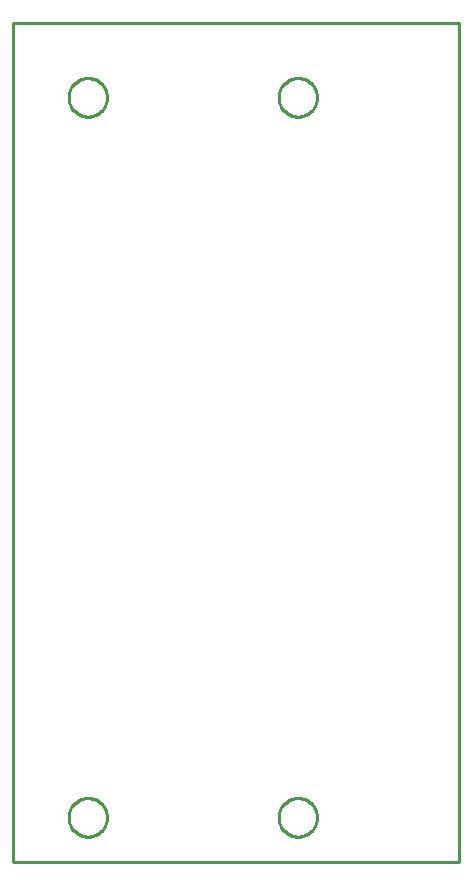
<source format=gbr>
G04 EAGLE Gerber X2 export*
%TF.Part,Single*%
%TF.FileFunction,Profile,NP*%
%TF.FilePolarity,Positive*%
%TF.GenerationSoftware,Autodesk,EAGLE,9.1.0*%
%TF.CreationDate,2018-12-11T14:46:23Z*%
G75*
%MOMM*%
%FSLAX34Y34*%
%LPD*%
%AMOC8*
5,1,8,0,0,1.08239X$1,22.5*%
G01*
%ADD10C,0.254000*%


D10*
X114300Y12700D02*
X492000Y12700D01*
X492000Y723800D01*
X114300Y723800D01*
X114300Y12700D01*
X194056Y50268D02*
X193986Y49206D01*
X193847Y48151D01*
X193640Y47107D01*
X193364Y46079D01*
X193022Y45071D01*
X192615Y44087D01*
X192144Y43133D01*
X191612Y42211D01*
X191021Y41326D01*
X190373Y40482D01*
X189671Y39682D01*
X188918Y38929D01*
X188118Y38227D01*
X187274Y37579D01*
X186389Y36988D01*
X185467Y36456D01*
X184513Y35985D01*
X183529Y35578D01*
X182521Y35236D01*
X181493Y34960D01*
X180449Y34753D01*
X179394Y34614D01*
X178332Y34544D01*
X177268Y34544D01*
X176206Y34614D01*
X175151Y34753D01*
X174107Y34960D01*
X173079Y35236D01*
X172071Y35578D01*
X171087Y35985D01*
X170133Y36456D01*
X169211Y36988D01*
X168326Y37579D01*
X167482Y38227D01*
X166682Y38929D01*
X165929Y39682D01*
X165227Y40482D01*
X164579Y41326D01*
X163988Y42211D01*
X163456Y43133D01*
X162985Y44087D01*
X162578Y45071D01*
X162236Y46079D01*
X161960Y47107D01*
X161753Y48151D01*
X161614Y49206D01*
X161544Y50268D01*
X161544Y51332D01*
X161614Y52394D01*
X161753Y53449D01*
X161960Y54493D01*
X162236Y55521D01*
X162578Y56529D01*
X162985Y57513D01*
X163456Y58467D01*
X163988Y59389D01*
X164579Y60274D01*
X165227Y61118D01*
X165929Y61918D01*
X166682Y62671D01*
X167482Y63373D01*
X168326Y64021D01*
X169211Y64612D01*
X170133Y65144D01*
X171087Y65615D01*
X172071Y66022D01*
X173079Y66364D01*
X174107Y66640D01*
X175151Y66847D01*
X176206Y66986D01*
X177268Y67056D01*
X178332Y67056D01*
X179394Y66986D01*
X180449Y66847D01*
X181493Y66640D01*
X182521Y66364D01*
X183529Y66022D01*
X184513Y65615D01*
X185467Y65144D01*
X186389Y64612D01*
X187274Y64021D01*
X188118Y63373D01*
X188918Y62671D01*
X189671Y61918D01*
X190373Y61118D01*
X191021Y60274D01*
X191612Y59389D01*
X192144Y58467D01*
X192615Y57513D01*
X193022Y56529D01*
X193364Y55521D01*
X193640Y54493D01*
X193847Y53449D01*
X193986Y52394D01*
X194056Y51332D01*
X194056Y50268D01*
X371856Y50268D02*
X371786Y49206D01*
X371647Y48151D01*
X371440Y47107D01*
X371164Y46079D01*
X370822Y45071D01*
X370415Y44087D01*
X369944Y43133D01*
X369412Y42211D01*
X368821Y41326D01*
X368173Y40482D01*
X367471Y39682D01*
X366718Y38929D01*
X365918Y38227D01*
X365074Y37579D01*
X364189Y36988D01*
X363267Y36456D01*
X362313Y35985D01*
X361329Y35578D01*
X360321Y35236D01*
X359293Y34960D01*
X358249Y34753D01*
X357194Y34614D01*
X356132Y34544D01*
X355068Y34544D01*
X354006Y34614D01*
X352951Y34753D01*
X351907Y34960D01*
X350879Y35236D01*
X349871Y35578D01*
X348887Y35985D01*
X347933Y36456D01*
X347011Y36988D01*
X346126Y37579D01*
X345282Y38227D01*
X344482Y38929D01*
X343729Y39682D01*
X343027Y40482D01*
X342379Y41326D01*
X341788Y42211D01*
X341256Y43133D01*
X340785Y44087D01*
X340378Y45071D01*
X340036Y46079D01*
X339760Y47107D01*
X339553Y48151D01*
X339414Y49206D01*
X339344Y50268D01*
X339344Y51332D01*
X339414Y52394D01*
X339553Y53449D01*
X339760Y54493D01*
X340036Y55521D01*
X340378Y56529D01*
X340785Y57513D01*
X341256Y58467D01*
X341788Y59389D01*
X342379Y60274D01*
X343027Y61118D01*
X343729Y61918D01*
X344482Y62671D01*
X345282Y63373D01*
X346126Y64021D01*
X347011Y64612D01*
X347933Y65144D01*
X348887Y65615D01*
X349871Y66022D01*
X350879Y66364D01*
X351907Y66640D01*
X352951Y66847D01*
X354006Y66986D01*
X355068Y67056D01*
X356132Y67056D01*
X357194Y66986D01*
X358249Y66847D01*
X359293Y66640D01*
X360321Y66364D01*
X361329Y66022D01*
X362313Y65615D01*
X363267Y65144D01*
X364189Y64612D01*
X365074Y64021D01*
X365918Y63373D01*
X366718Y62671D01*
X367471Y61918D01*
X368173Y61118D01*
X368821Y60274D01*
X369412Y59389D01*
X369944Y58467D01*
X370415Y57513D01*
X370822Y56529D01*
X371164Y55521D01*
X371440Y54493D01*
X371647Y53449D01*
X371786Y52394D01*
X371856Y51332D01*
X371856Y50268D01*
X194056Y659868D02*
X193986Y658806D01*
X193847Y657751D01*
X193640Y656707D01*
X193364Y655679D01*
X193022Y654671D01*
X192615Y653687D01*
X192144Y652733D01*
X191612Y651811D01*
X191021Y650926D01*
X190373Y650082D01*
X189671Y649282D01*
X188918Y648529D01*
X188118Y647827D01*
X187274Y647179D01*
X186389Y646588D01*
X185467Y646056D01*
X184513Y645585D01*
X183529Y645178D01*
X182521Y644836D01*
X181493Y644560D01*
X180449Y644353D01*
X179394Y644214D01*
X178332Y644144D01*
X177268Y644144D01*
X176206Y644214D01*
X175151Y644353D01*
X174107Y644560D01*
X173079Y644836D01*
X172071Y645178D01*
X171087Y645585D01*
X170133Y646056D01*
X169211Y646588D01*
X168326Y647179D01*
X167482Y647827D01*
X166682Y648529D01*
X165929Y649282D01*
X165227Y650082D01*
X164579Y650926D01*
X163988Y651811D01*
X163456Y652733D01*
X162985Y653687D01*
X162578Y654671D01*
X162236Y655679D01*
X161960Y656707D01*
X161753Y657751D01*
X161614Y658806D01*
X161544Y659868D01*
X161544Y660932D01*
X161614Y661994D01*
X161753Y663049D01*
X161960Y664093D01*
X162236Y665121D01*
X162578Y666129D01*
X162985Y667113D01*
X163456Y668067D01*
X163988Y668989D01*
X164579Y669874D01*
X165227Y670718D01*
X165929Y671518D01*
X166682Y672271D01*
X167482Y672973D01*
X168326Y673621D01*
X169211Y674212D01*
X170133Y674744D01*
X171087Y675215D01*
X172071Y675622D01*
X173079Y675964D01*
X174107Y676240D01*
X175151Y676447D01*
X176206Y676586D01*
X177268Y676656D01*
X178332Y676656D01*
X179394Y676586D01*
X180449Y676447D01*
X181493Y676240D01*
X182521Y675964D01*
X183529Y675622D01*
X184513Y675215D01*
X185467Y674744D01*
X186389Y674212D01*
X187274Y673621D01*
X188118Y672973D01*
X188918Y672271D01*
X189671Y671518D01*
X190373Y670718D01*
X191021Y669874D01*
X191612Y668989D01*
X192144Y668067D01*
X192615Y667113D01*
X193022Y666129D01*
X193364Y665121D01*
X193640Y664093D01*
X193847Y663049D01*
X193986Y661994D01*
X194056Y660932D01*
X194056Y659868D01*
X371856Y659868D02*
X371786Y658806D01*
X371647Y657751D01*
X371440Y656707D01*
X371164Y655679D01*
X370822Y654671D01*
X370415Y653687D01*
X369944Y652733D01*
X369412Y651811D01*
X368821Y650926D01*
X368173Y650082D01*
X367471Y649282D01*
X366718Y648529D01*
X365918Y647827D01*
X365074Y647179D01*
X364189Y646588D01*
X363267Y646056D01*
X362313Y645585D01*
X361329Y645178D01*
X360321Y644836D01*
X359293Y644560D01*
X358249Y644353D01*
X357194Y644214D01*
X356132Y644144D01*
X355068Y644144D01*
X354006Y644214D01*
X352951Y644353D01*
X351907Y644560D01*
X350879Y644836D01*
X349871Y645178D01*
X348887Y645585D01*
X347933Y646056D01*
X347011Y646588D01*
X346126Y647179D01*
X345282Y647827D01*
X344482Y648529D01*
X343729Y649282D01*
X343027Y650082D01*
X342379Y650926D01*
X341788Y651811D01*
X341256Y652733D01*
X340785Y653687D01*
X340378Y654671D01*
X340036Y655679D01*
X339760Y656707D01*
X339553Y657751D01*
X339414Y658806D01*
X339344Y659868D01*
X339344Y660932D01*
X339414Y661994D01*
X339553Y663049D01*
X339760Y664093D01*
X340036Y665121D01*
X340378Y666129D01*
X340785Y667113D01*
X341256Y668067D01*
X341788Y668989D01*
X342379Y669874D01*
X343027Y670718D01*
X343729Y671518D01*
X344482Y672271D01*
X345282Y672973D01*
X346126Y673621D01*
X347011Y674212D01*
X347933Y674744D01*
X348887Y675215D01*
X349871Y675622D01*
X350879Y675964D01*
X351907Y676240D01*
X352951Y676447D01*
X354006Y676586D01*
X355068Y676656D01*
X356132Y676656D01*
X357194Y676586D01*
X358249Y676447D01*
X359293Y676240D01*
X360321Y675964D01*
X361329Y675622D01*
X362313Y675215D01*
X363267Y674744D01*
X364189Y674212D01*
X365074Y673621D01*
X365918Y672973D01*
X366718Y672271D01*
X367471Y671518D01*
X368173Y670718D01*
X368821Y669874D01*
X369412Y668989D01*
X369944Y668067D01*
X370415Y667113D01*
X370822Y666129D01*
X371164Y665121D01*
X371440Y664093D01*
X371647Y663049D01*
X371786Y661994D01*
X371856Y660932D01*
X371856Y659868D01*
M02*

</source>
